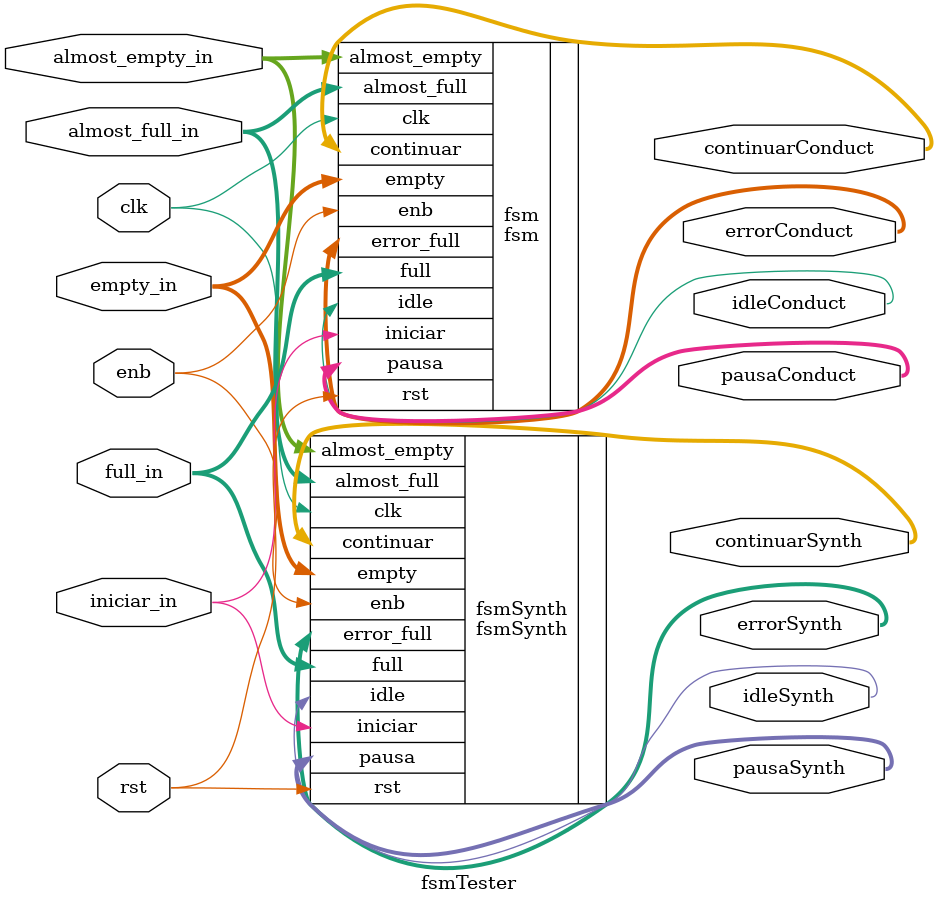
<source format=v>
`timescale 1ns/1ps

`ifndef isTest
  `include "../bloques/flowControl/fsm.v"
  `include "../build/fsm-sintetizado.v"
`endif

module fsmTester(
  input clk, rst, enb,
  input iniciar_in,
  input [4:0] almost_empty_in,
  input [4:0] almost_full_in,
  input [4:0] full_in,
  input [4:0] empty_in,
  output[3:0] errorConduct,
  output idleConduct,
  output [3:0] pausaConduct,
  output [3:0] continuarConduct,
  output [3:0] errorSynth,
  output idleSynth,
  output [3:0] pausaSynth,
  output [3:0] continuarSynth
  );

  wire clk, rst, enb;
  wire iniciar_in;
  wire [4:0] almost_full_in;
  wire [4:0] full_in;
  wire [4:0] almost_empty_in;
  wire [4:0] empty_in;

  wire idleConduct;
  wire [3:0] pausaConduct;
  wire [3:0] continuarConduct;
  wire [3:0] errorConduct;

  wire idleSynth;
  wire [3:0] pausaSynth;
  wire [3:0] continuarSynth;
  wire [3:0] errorSynth;

  reg errError, errIdle, errPausa, errContinuar;
  always @ ( * ) begin
    errError = errorConduct != errorSynth;
    errIdle = idleConduct != idleSynth;
    errPausa = pausaConduct != pausaSynth;
    errContinuar = continuarConduct != continuarSynth;
  end

  fsm fsm(
    .clk(clk), .rst(rst), .enb(enb),
    .iniciar(iniciar_in),
    .almost_full(almost_full_in),
    .full(full_in),
    .almost_empty(almost_empty_in),
    .empty(empty_in),
    .continuar(continuarConduct),
    .error_full(errorConduct),
    .pausa(pausaConduct),
    .idle(idleConduct)
  );

  fsmSynth fsmSynth(
    .clk(clk), .rst(rst), .enb(enb),
    .iniciar(iniciar_in),
    .almost_full(almost_full_in),
    .full(full_in),
    .almost_empty(almost_empty_in),
    .empty(empty_in),
    .continuar(continuarSynth),
    .error_full(errorSynth),
    .pausa(pausaSynth),
    .idle(idleSynth)
  );

endmodule

</source>
